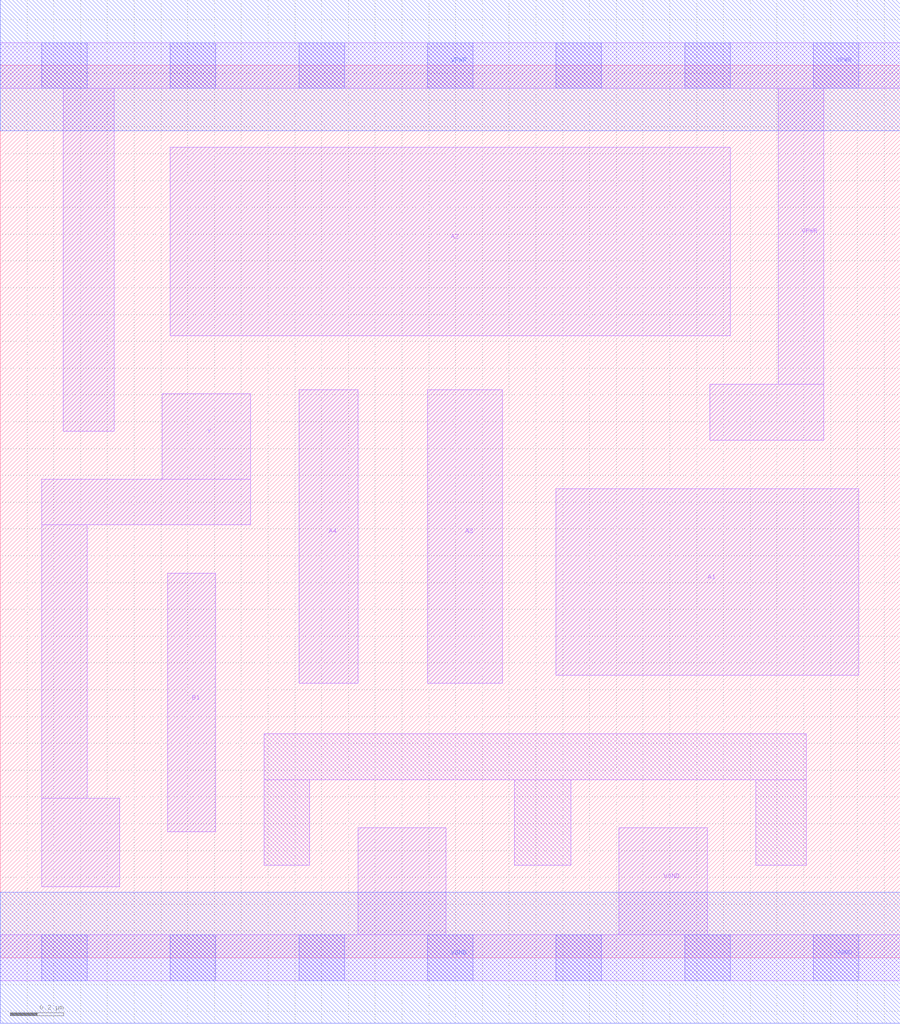
<source format=lef>
# Copyright 2020 The SkyWater PDK Authors
#
# Licensed under the Apache License, Version 2.0 (the "License");
# you may not use this file except in compliance with the License.
# You may obtain a copy of the License at
#
#     https://www.apache.org/licenses/LICENSE-2.0
#
# Unless required by applicable law or agreed to in writing, software
# distributed under the License is distributed on an "AS IS" BASIS,
# WITHOUT WARRANTIES OR CONDITIONS OF ANY KIND, either express or implied.
# See the License for the specific language governing permissions and
# limitations under the License.
#
# SPDX-License-Identifier: Apache-2.0

VERSION 5.7 ;
  NAMESCASESENSITIVE ON ;
  NOWIREEXTENSIONATPIN ON ;
  DIVIDERCHAR "/" ;
  BUSBITCHARS "[]" ;
UNITS
  DATABASE MICRONS 200 ;
END UNITS
MACRO sky130_fd_sc_lp__o41ai_m
  CLASS CORE ;
  SOURCE USER ;
  FOREIGN sky130_fd_sc_lp__o41ai_m ;
  ORIGIN  0.000000  0.000000 ;
  SIZE  3.360000 BY  3.330000 ;
  SYMMETRY X Y R90 ;
  SITE unit ;
  PIN A1
    ANTENNAGATEAREA  0.126000 ;
    DIRECTION INPUT ;
    USE SIGNAL ;
    PORT
      LAYER li1 ;
        RECT 2.075000 1.055000 3.205000 1.750000 ;
    END
  END A1
  PIN A2
    ANTENNAGATEAREA  0.126000 ;
    DIRECTION INPUT ;
    USE SIGNAL ;
    PORT
      LAYER li1 ;
        RECT 0.635000 2.320000 2.725000 3.025000 ;
    END
  END A2
  PIN A3
    ANTENNAGATEAREA  0.126000 ;
    DIRECTION INPUT ;
    USE SIGNAL ;
    PORT
      LAYER li1 ;
        RECT 1.595000 1.025000 1.875000 2.120000 ;
    END
  END A3
  PIN A4
    ANTENNAGATEAREA  0.126000 ;
    DIRECTION INPUT ;
    USE SIGNAL ;
    PORT
      LAYER li1 ;
        RECT 1.115000 1.025000 1.335000 2.120000 ;
    END
  END A4
  PIN B1
    ANTENNAGATEAREA  0.126000 ;
    DIRECTION INPUT ;
    USE SIGNAL ;
    PORT
      LAYER li1 ;
        RECT 0.625000 0.470000 0.805000 1.435000 ;
    END
  END B1
  PIN Y
    ANTENNADIFFAREA  0.396900 ;
    DIRECTION OUTPUT ;
    USE SIGNAL ;
    PORT
      LAYER li1 ;
        RECT 0.155000 0.265000 0.445000 0.595000 ;
        RECT 0.155000 0.595000 0.325000 1.615000 ;
        RECT 0.155000 1.615000 0.935000 1.785000 ;
        RECT 0.605000 1.785000 0.935000 2.105000 ;
    END
  END Y
  PIN VGND
    DIRECTION INOUT ;
    USE GROUND ;
    PORT
      LAYER li1 ;
        RECT 0.000000 -0.085000 3.360000 0.085000 ;
        RECT 1.335000  0.085000 1.665000 0.485000 ;
        RECT 2.310000  0.085000 2.640000 0.485000 ;
      LAYER mcon ;
        RECT 0.155000 -0.085000 0.325000 0.085000 ;
        RECT 0.635000 -0.085000 0.805000 0.085000 ;
        RECT 1.115000 -0.085000 1.285000 0.085000 ;
        RECT 1.595000 -0.085000 1.765000 0.085000 ;
        RECT 2.075000 -0.085000 2.245000 0.085000 ;
        RECT 2.555000 -0.085000 2.725000 0.085000 ;
        RECT 3.035000 -0.085000 3.205000 0.085000 ;
      LAYER met1 ;
        RECT 0.000000 -0.245000 3.360000 0.245000 ;
    END
  END VGND
  PIN VPWR
    DIRECTION INOUT ;
    USE POWER ;
    PORT
      LAYER li1 ;
        RECT 0.000000 3.245000 3.360000 3.415000 ;
        RECT 0.235000 1.965000 0.425000 3.245000 ;
        RECT 2.650000 1.930000 3.075000 2.140000 ;
        RECT 2.905000 2.140000 3.075000 3.245000 ;
      LAYER mcon ;
        RECT 0.155000 3.245000 0.325000 3.415000 ;
        RECT 0.635000 3.245000 0.805000 3.415000 ;
        RECT 1.115000 3.245000 1.285000 3.415000 ;
        RECT 1.595000 3.245000 1.765000 3.415000 ;
        RECT 2.075000 3.245000 2.245000 3.415000 ;
        RECT 2.555000 3.245000 2.725000 3.415000 ;
        RECT 3.035000 3.245000 3.205000 3.415000 ;
      LAYER met1 ;
        RECT 0.000000 3.085000 3.360000 3.575000 ;
    END
  END VPWR
  OBS
    LAYER li1 ;
      RECT 0.985000 0.345000 1.155000 0.665000 ;
      RECT 0.985000 0.665000 3.010000 0.835000 ;
      RECT 1.920000 0.345000 2.130000 0.665000 ;
      RECT 2.820000 0.345000 3.010000 0.665000 ;
  END
END sky130_fd_sc_lp__o41ai_m

</source>
